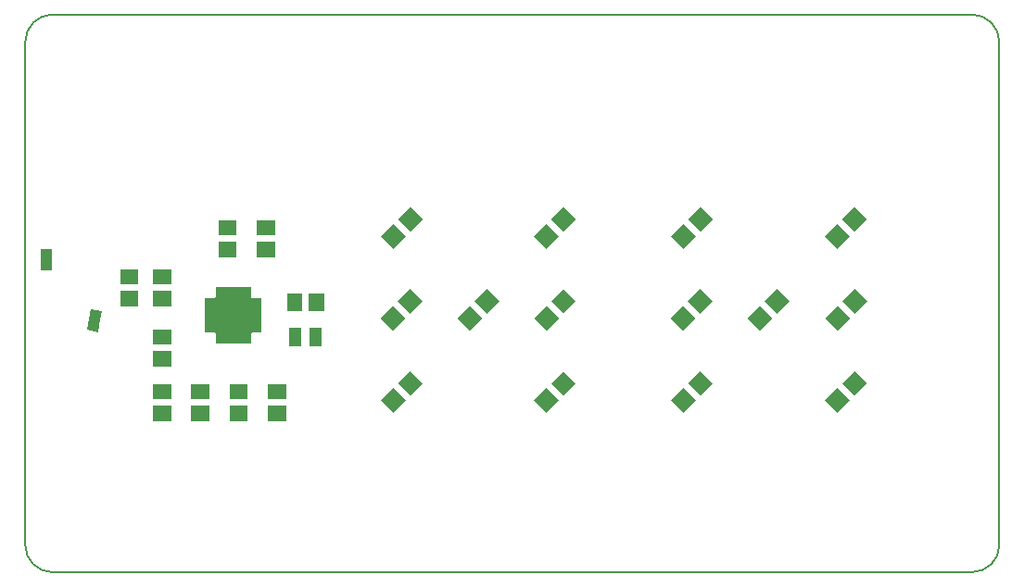
<source format=gbr>
%TF.GenerationSoftware,KiCad,Pcbnew,5.1.0*%
%TF.CreationDate,2019-04-11T23:23:28-05:00*%
%TF.ProjectId,Layout,4c61796f-7574-42e6-9b69-6361645f7063,rev?*%
%TF.SameCoordinates,Original*%
%TF.FileFunction,Soldermask,Top*%
%TF.FilePolarity,Negative*%
%FSLAX46Y46*%
G04 Gerber Fmt 4.6, Leading zero omitted, Abs format (unit mm)*
G04 Created by KiCad (PCBNEW 5.1.0) date 2019-04-11 23:23:28*
%MOMM*%
%LPD*%
G04 APERTURE LIST*
%ADD10C,0.150000*%
%ADD11C,0.100000*%
G04 APERTURE END LIST*
D10*
X112000000Y-122000000D02*
X112000000Y-76000000D01*
X198500000Y-124500000D02*
X114500000Y-124500000D01*
X201000000Y-76000000D02*
X201000000Y-122000000D01*
X114500000Y-73500000D02*
X198500000Y-73500000D01*
X201000000Y-122000000D02*
G75*
G02X198500000Y-124500000I-2500000J0D01*
G01*
X114500000Y-124500000D02*
G75*
G02X112000000Y-122000000I0J2500000D01*
G01*
X112000000Y-76000000D02*
G75*
G02X114500000Y-73500000I2500000J0D01*
G01*
X198500000Y-73500000D02*
G75*
G02X201000000Y-76000000I0J-2500000D01*
G01*
D11*
G36*
X128825000Y-110700000D02*
G01*
X127175000Y-110700000D01*
X127175000Y-109300000D01*
X128825000Y-109300000D01*
X128825000Y-110700000D01*
X128825000Y-110700000D01*
G37*
G36*
X125325000Y-110700000D02*
G01*
X123675000Y-110700000D01*
X123675000Y-109300000D01*
X125325000Y-109300000D01*
X125325000Y-110700000D01*
X125325000Y-110700000D01*
G37*
G36*
X135825000Y-110700000D02*
G01*
X134175000Y-110700000D01*
X134175000Y-109300000D01*
X135825000Y-109300000D01*
X135825000Y-110700000D01*
X135825000Y-110700000D01*
G37*
G36*
X132325000Y-110700000D02*
G01*
X130675000Y-110700000D01*
X130675000Y-109300000D01*
X132325000Y-109300000D01*
X132325000Y-110700000D01*
X132325000Y-110700000D01*
G37*
G36*
X160753555Y-108777817D02*
G01*
X159622184Y-109909188D01*
X158490813Y-108777817D01*
X159622184Y-107646446D01*
X160753555Y-108777817D01*
X160753555Y-108777817D01*
G37*
G36*
X146753555Y-108777817D02*
G01*
X145622184Y-109909188D01*
X144490813Y-108777817D01*
X145622184Y-107646446D01*
X146753555Y-108777817D01*
X146753555Y-108777817D01*
G37*
G36*
X187353554Y-108777817D02*
G01*
X186222183Y-109909188D01*
X185090812Y-108777817D01*
X186222183Y-107646446D01*
X187353554Y-108777817D01*
X187353554Y-108777817D01*
G37*
G36*
X173253555Y-108777817D02*
G01*
X172122184Y-109909188D01*
X170990813Y-108777817D01*
X172122184Y-107646446D01*
X173253555Y-108777817D01*
X173253555Y-108777817D01*
G37*
G36*
X132325000Y-108700000D02*
G01*
X130675000Y-108700000D01*
X130675000Y-107300000D01*
X132325000Y-107300000D01*
X132325000Y-108700000D01*
X132325000Y-108700000D01*
G37*
G36*
X135825000Y-108700000D02*
G01*
X134175000Y-108700000D01*
X134175000Y-107300000D01*
X135825000Y-107300000D01*
X135825000Y-108700000D01*
X135825000Y-108700000D01*
G37*
G36*
X125325000Y-108700000D02*
G01*
X123675000Y-108700000D01*
X123675000Y-107300000D01*
X125325000Y-107300000D01*
X125325000Y-108700000D01*
X125325000Y-108700000D01*
G37*
G36*
X128825000Y-108700000D02*
G01*
X127175000Y-108700000D01*
X127175000Y-107300000D01*
X128825000Y-107300000D01*
X128825000Y-108700000D01*
X128825000Y-108700000D01*
G37*
G36*
X148309189Y-107222183D02*
G01*
X147177818Y-108353554D01*
X146046447Y-107222183D01*
X147177818Y-106090812D01*
X148309189Y-107222183D01*
X148309189Y-107222183D01*
G37*
G36*
X174809189Y-107222183D02*
G01*
X173677818Y-108353554D01*
X172546447Y-107222183D01*
X173677818Y-106090812D01*
X174809189Y-107222183D01*
X174809189Y-107222183D01*
G37*
G36*
X188909188Y-107222183D02*
G01*
X187777817Y-108353554D01*
X186646446Y-107222183D01*
X187777817Y-106090812D01*
X188909188Y-107222183D01*
X188909188Y-107222183D01*
G37*
G36*
X162309189Y-107222183D02*
G01*
X161177818Y-108353554D01*
X160046447Y-107222183D01*
X161177818Y-106090812D01*
X162309189Y-107222183D01*
X162309189Y-107222183D01*
G37*
G36*
X125325000Y-105700000D02*
G01*
X123675000Y-105700000D01*
X123675000Y-104300000D01*
X125325000Y-104300000D01*
X125325000Y-105700000D01*
X125325000Y-105700000D01*
G37*
G36*
X139100000Y-103820000D02*
G01*
X138000000Y-103820000D01*
X138000000Y-102120000D01*
X139100000Y-102120000D01*
X139100000Y-103820000D01*
X139100000Y-103820000D01*
G37*
G36*
X137200000Y-103820000D02*
G01*
X136100000Y-103820000D01*
X136100000Y-102120000D01*
X137200000Y-102120000D01*
X137200000Y-103820000D01*
X137200000Y-103820000D01*
G37*
G36*
X125325000Y-103700000D02*
G01*
X123675000Y-103700000D01*
X123675000Y-102300000D01*
X125325000Y-102300000D01*
X125325000Y-103700000D01*
X125325000Y-103700000D01*
G37*
G36*
X132600000Y-99285001D02*
G01*
X132602402Y-99309387D01*
X132609515Y-99332836D01*
X132621066Y-99354447D01*
X132636611Y-99373389D01*
X132655553Y-99388934D01*
X132677164Y-99400485D01*
X132700613Y-99407598D01*
X132724999Y-99410000D01*
X133575000Y-99410000D01*
X133575000Y-102610000D01*
X132724999Y-102610000D01*
X132700613Y-102612402D01*
X132677164Y-102619515D01*
X132655553Y-102631066D01*
X132636611Y-102646611D01*
X132621066Y-102665553D01*
X132609515Y-102687164D01*
X132602402Y-102710613D01*
X132600000Y-102734999D01*
X132600000Y-103585000D01*
X129400000Y-103585000D01*
X129400000Y-102734999D01*
X129397598Y-102710613D01*
X129390485Y-102687164D01*
X129378934Y-102665553D01*
X129363389Y-102646611D01*
X129344447Y-102631066D01*
X129322836Y-102619515D01*
X129299387Y-102612402D01*
X129275001Y-102610000D01*
X128425000Y-102610000D01*
X128425000Y-99410000D01*
X129275001Y-99410000D01*
X129299387Y-99407598D01*
X129322836Y-99400485D01*
X129344447Y-99388934D01*
X129363389Y-99373389D01*
X129378934Y-99354447D01*
X129390485Y-99332836D01*
X129397598Y-99309387D01*
X129400000Y-99285001D01*
X129400000Y-98435000D01*
X132600000Y-98435000D01*
X132600000Y-99285001D01*
X132600000Y-99285001D01*
G37*
G36*
X118974226Y-100642044D02*
G01*
X118838814Y-101410000D01*
X118640127Y-102536814D01*
X118640126Y-102536814D01*
X117625774Y-102357956D01*
X117891041Y-100853554D01*
X117959873Y-100463186D01*
X117959874Y-100463186D01*
X118974226Y-100642044D01*
X118974226Y-100642044D01*
G37*
G36*
X153753555Y-101277817D02*
G01*
X152622184Y-102409188D01*
X151490813Y-101277817D01*
X152622184Y-100146446D01*
X153753555Y-101277817D01*
X153753555Y-101277817D01*
G37*
G36*
X146753555Y-101277817D02*
G01*
X145622184Y-102409188D01*
X144490813Y-101277817D01*
X145622184Y-100146446D01*
X146753555Y-101277817D01*
X146753555Y-101277817D01*
G37*
G36*
X180253555Y-101277817D02*
G01*
X179122184Y-102409188D01*
X177990813Y-101277817D01*
X179122184Y-100146446D01*
X180253555Y-101277817D01*
X180253555Y-101277817D01*
G37*
G36*
X187353554Y-101277817D02*
G01*
X186222183Y-102409188D01*
X185090812Y-101277817D01*
X186222183Y-100146446D01*
X187353554Y-101277817D01*
X187353554Y-101277817D01*
G37*
G36*
X160753555Y-101277817D02*
G01*
X159622184Y-102409188D01*
X158490813Y-101277817D01*
X159622184Y-100146446D01*
X160753555Y-101277817D01*
X160753555Y-101277817D01*
G37*
G36*
X173253555Y-101277817D02*
G01*
X172122184Y-102409188D01*
X170990813Y-101277817D01*
X172122184Y-100146446D01*
X173253555Y-101277817D01*
X173253555Y-101277817D01*
G37*
G36*
X155309189Y-99722183D02*
G01*
X154177818Y-100853554D01*
X153046447Y-99722183D01*
X154177818Y-98590812D01*
X155309189Y-99722183D01*
X155309189Y-99722183D01*
G37*
G36*
X181809189Y-99722183D02*
G01*
X180677818Y-100853554D01*
X179546447Y-99722183D01*
X180677818Y-98590812D01*
X181809189Y-99722183D01*
X181809189Y-99722183D01*
G37*
G36*
X148309189Y-99722183D02*
G01*
X147177818Y-100853554D01*
X146046447Y-99722183D01*
X147177818Y-98590812D01*
X148309189Y-99722183D01*
X148309189Y-99722183D01*
G37*
G36*
X162309189Y-99722183D02*
G01*
X161177818Y-100853554D01*
X160046447Y-99722183D01*
X161177818Y-98590812D01*
X162309189Y-99722183D01*
X162309189Y-99722183D01*
G37*
G36*
X188909188Y-99722183D02*
G01*
X187777817Y-100853554D01*
X186646446Y-99722183D01*
X187777817Y-98590812D01*
X188909188Y-99722183D01*
X188909188Y-99722183D01*
G37*
G36*
X174809189Y-99722183D02*
G01*
X173677818Y-100853554D01*
X172546447Y-99722183D01*
X173677818Y-98590812D01*
X174809189Y-99722183D01*
X174809189Y-99722183D01*
G37*
G36*
X139300000Y-100635000D02*
G01*
X137900000Y-100635000D01*
X137900000Y-98985000D01*
X139300000Y-98985000D01*
X139300000Y-100635000D01*
X139300000Y-100635000D01*
G37*
G36*
X137300000Y-100635000D02*
G01*
X135900000Y-100635000D01*
X135900000Y-98985000D01*
X137300000Y-98985000D01*
X137300000Y-100635000D01*
X137300000Y-100635000D01*
G37*
G36*
X122325000Y-100200000D02*
G01*
X120675000Y-100200000D01*
X120675000Y-98800000D01*
X122325000Y-98800000D01*
X122325000Y-100200000D01*
X122325000Y-100200000D01*
G37*
G36*
X125325000Y-100200000D02*
G01*
X123675000Y-100200000D01*
X123675000Y-98800000D01*
X125325000Y-98800000D01*
X125325000Y-100200000D01*
X125325000Y-100200000D01*
G37*
G36*
X122325000Y-98200000D02*
G01*
X120675000Y-98200000D01*
X120675000Y-96800000D01*
X122325000Y-96800000D01*
X122325000Y-98200000D01*
X122325000Y-98200000D01*
G37*
G36*
X125325000Y-98200000D02*
G01*
X123675000Y-98200000D01*
X123675000Y-96800000D01*
X125325000Y-96800000D01*
X125325000Y-98200000D01*
X125325000Y-98200000D01*
G37*
G36*
X114465000Y-96862000D02*
G01*
X113435000Y-96862000D01*
X113435000Y-94938000D01*
X114465000Y-94938000D01*
X114465000Y-96862000D01*
X114465000Y-96862000D01*
G37*
G36*
X134825000Y-95700000D02*
G01*
X133175000Y-95700000D01*
X133175000Y-94300000D01*
X134825000Y-94300000D01*
X134825000Y-95700000D01*
X134825000Y-95700000D01*
G37*
G36*
X131325000Y-95700000D02*
G01*
X129675000Y-95700000D01*
X129675000Y-94300000D01*
X131325000Y-94300000D01*
X131325000Y-95700000D01*
X131325000Y-95700000D01*
G37*
G36*
X160753555Y-93777817D02*
G01*
X159622184Y-94909188D01*
X158490813Y-93777817D01*
X159622184Y-92646446D01*
X160753555Y-93777817D01*
X160753555Y-93777817D01*
G37*
G36*
X146753555Y-93777817D02*
G01*
X145622184Y-94909188D01*
X144490813Y-93777817D01*
X145622184Y-92646446D01*
X146753555Y-93777817D01*
X146753555Y-93777817D01*
G37*
G36*
X187353554Y-93777817D02*
G01*
X186222183Y-94909188D01*
X185090812Y-93777817D01*
X186222183Y-92646446D01*
X187353554Y-93777817D01*
X187353554Y-93777817D01*
G37*
G36*
X173253555Y-93777817D02*
G01*
X172122184Y-94909188D01*
X170990813Y-93777817D01*
X172122184Y-92646446D01*
X173253555Y-93777817D01*
X173253555Y-93777817D01*
G37*
G36*
X134825000Y-93700000D02*
G01*
X133175000Y-93700000D01*
X133175000Y-92300000D01*
X134825000Y-92300000D01*
X134825000Y-93700000D01*
X134825000Y-93700000D01*
G37*
G36*
X131325000Y-93700000D02*
G01*
X129675000Y-93700000D01*
X129675000Y-92300000D01*
X131325000Y-92300000D01*
X131325000Y-93700000D01*
X131325000Y-93700000D01*
G37*
G36*
X148309189Y-92222183D02*
G01*
X147177818Y-93353554D01*
X146046447Y-92222183D01*
X147177818Y-91090812D01*
X148309189Y-92222183D01*
X148309189Y-92222183D01*
G37*
G36*
X188909188Y-92222183D02*
G01*
X187777817Y-93353554D01*
X186646446Y-92222183D01*
X187777817Y-91090812D01*
X188909188Y-92222183D01*
X188909188Y-92222183D01*
G37*
G36*
X174809189Y-92222183D02*
G01*
X173677818Y-93353554D01*
X172546447Y-92222183D01*
X173677818Y-91090812D01*
X174809189Y-92222183D01*
X174809189Y-92222183D01*
G37*
G36*
X162309189Y-92222183D02*
G01*
X161177818Y-93353554D01*
X160046447Y-92222183D01*
X161177818Y-91090812D01*
X162309189Y-92222183D01*
X162309189Y-92222183D01*
G37*
M02*

</source>
